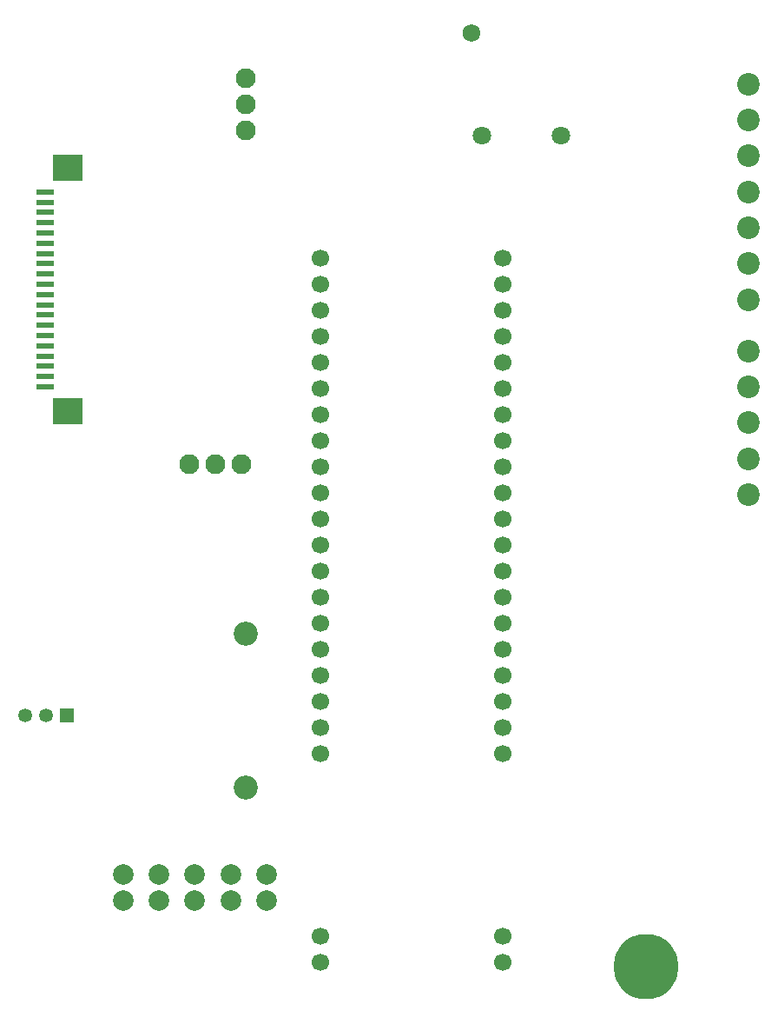
<source format=gbr>
%TF.GenerationSoftware,KiCad,Pcbnew,9.0.3*%
%TF.CreationDate,2025-09-01T08:56:01+03:00*%
%TF.ProjectId,PMCPU-LLP,504d4350-552d-44c4-9c50-2e6b69636164,rev?*%
%TF.SameCoordinates,Original*%
%TF.FileFunction,Soldermask,Bot*%
%TF.FilePolarity,Negative*%
%FSLAX46Y46*%
G04 Gerber Fmt 4.6, Leading zero omitted, Abs format (unit mm)*
G04 Created by KiCad (PCBNEW 9.0.3) date 2025-09-01 08:56:01*
%MOMM*%
%LPD*%
G01*
G04 APERTURE LIST*
%ADD10O,6.350000X6.350000*%
%ADD11C,1.800000*%
%ADD12C,1.950000*%
%ADD13R,1.350000X1.350000*%
%ADD14C,1.350000*%
%ADD15C,1.700000*%
%ADD16C,1.725000*%
%ADD17C,2.200000*%
%ADD18C,2.000000*%
%ADD19C,2.350000*%
%ADD20R,1.800000X0.600000*%
%ADD21R,3.000000X2.600000*%
G04 APERTURE END LIST*
D10*
%TO.C,PE1*%
X22000000Y-46000000D03*
%TD*%
D11*
%TO.C,J1*%
X13750000Y35000000D03*
X6000000Y35000000D03*
%TD*%
D12*
%TO.C,J5*%
X-17000000Y35460000D03*
X-17000000Y38000000D03*
X-17000000Y40540000D03*
%TD*%
D13*
%TO.C,J11*%
X-34500000Y-21500000D03*
D14*
X-36500000Y-21500000D03*
X-38500000Y-21500000D03*
%TD*%
D12*
%TO.C,J4*%
X-17460000Y3000000D03*
X-20000000Y3000000D03*
X-22540000Y3000000D03*
%TD*%
D15*
%TO.C,U3*%
X-9780000Y23080000D03*
X-9780000Y20540000D03*
X-9780000Y18000000D03*
X-9780000Y15460000D03*
X-9780000Y12920000D03*
X-9780000Y10380000D03*
X-9780000Y7840000D03*
X-9780000Y5300000D03*
X-9780000Y2760000D03*
X-9780000Y220000D03*
X-9780000Y-2320000D03*
X-9780000Y-4860000D03*
X-9780000Y-7400000D03*
X-9780000Y-9940000D03*
X-9780000Y-12480000D03*
X-9780000Y-15020000D03*
X-9780000Y-17560000D03*
X-9780000Y-20100000D03*
X-9780000Y-22640000D03*
X-9780000Y-25180000D03*
X8000000Y-25180000D03*
X8000000Y-22640000D03*
X8000000Y-20100000D03*
X8000000Y-17560000D03*
X8000000Y-15020000D03*
X8000000Y-12480000D03*
X8000000Y-9940000D03*
X8000000Y-7400000D03*
X8000000Y-4860000D03*
X8000000Y-2320000D03*
X8000000Y220000D03*
X8000000Y2760000D03*
X8000000Y5300000D03*
X8000000Y7840000D03*
X8000000Y10380000D03*
X8000000Y12920000D03*
X8000000Y15460000D03*
X8000000Y18000000D03*
X8000000Y20540000D03*
X8000000Y23080000D03*
X-9780000Y-42960000D03*
X8000000Y-42960000D03*
X-9780000Y-45500000D03*
X8000000Y-45500000D03*
%TD*%
D16*
%TO.C,U2*%
X5000000Y45000000D03*
%TD*%
D17*
%TO.C,J14*%
X32000000Y0D03*
X32000000Y3500000D03*
X32000000Y7000000D03*
X32000000Y10500000D03*
X32000000Y14000000D03*
%TD*%
%TO.C,J13*%
X32000000Y19000000D03*
X32000000Y22500000D03*
X32000000Y26000000D03*
X32000000Y29500000D03*
X32000000Y33000000D03*
X32000000Y36500000D03*
X32000000Y40000000D03*
%TD*%
D18*
%TO.C,J3*%
X-29000000Y-37000000D03*
X-25500000Y-37000000D03*
X-22000000Y-37000000D03*
X-18500000Y-37000000D03*
X-15000000Y-37000000D03*
X-29000000Y-39500000D03*
X-25500000Y-39500000D03*
X-22000000Y-39500000D03*
X-18500000Y-39500000D03*
X-15000000Y-39500000D03*
%TD*%
D19*
%TO.C,U1*%
X-17000000Y-28500000D03*
X-17000000Y-13500000D03*
%TD*%
D20*
%TO.C,JM2*%
X-36546000Y29500000D03*
X-36546000Y28500000D03*
X-36546000Y27500000D03*
X-36546000Y26500000D03*
X-36546000Y25500000D03*
X-36546000Y24500000D03*
X-36546000Y23500000D03*
X-36546000Y22500000D03*
X-36546000Y21500000D03*
X-36546000Y20500000D03*
X-36546000Y19500000D03*
X-36546000Y18500000D03*
X-36546000Y17500000D03*
X-36546000Y16500000D03*
X-36546000Y15500000D03*
X-36546000Y14500000D03*
X-36546000Y13500000D03*
X-36546000Y12500000D03*
X-36546000Y11500000D03*
X-36546000Y10500000D03*
D21*
X-34375000Y31850000D03*
X-34375000Y8150000D03*
%TD*%
M02*

</source>
